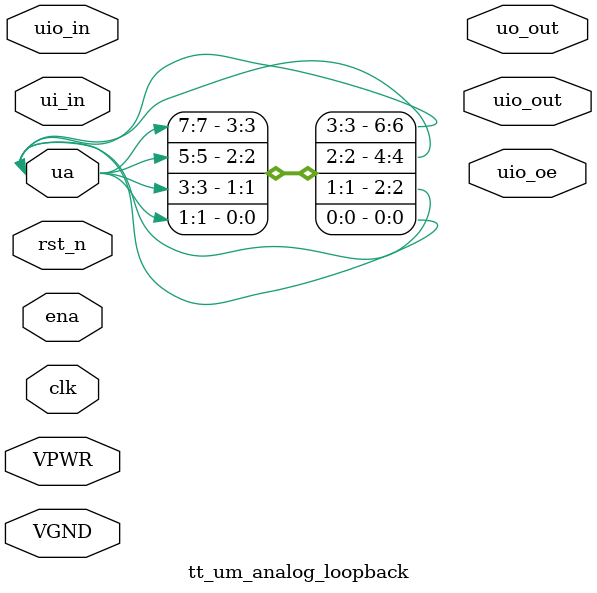
<source format=v>
`default_nettype none


module tt_um_analog_loopback (
    input  wire       VGND,
    input  wire       VPWR,
    input  wire [7:0] ui_in,
    output wire [7:0] uo_out,
    input  wire [7:0] uio_in,
    output wire [7:0] uio_out,
    output wire [7:0] uio_oe,
    inout  wire [7:0] ua, // analog pins
    input  wire       ena,
    input  wire       clk,
    input  wire       rst_n
);
/*
    assign uo_out = VGND;
    assign uio_out = VGND;
    assign uio_oe = VGND;
    */
    
    assign ua[1] = ua[0];
    assign ua[3] = ua[2];
    assign ua[5] = ua[4];
    assign ua[7] = ua[6];
    
endmodule

</source>
